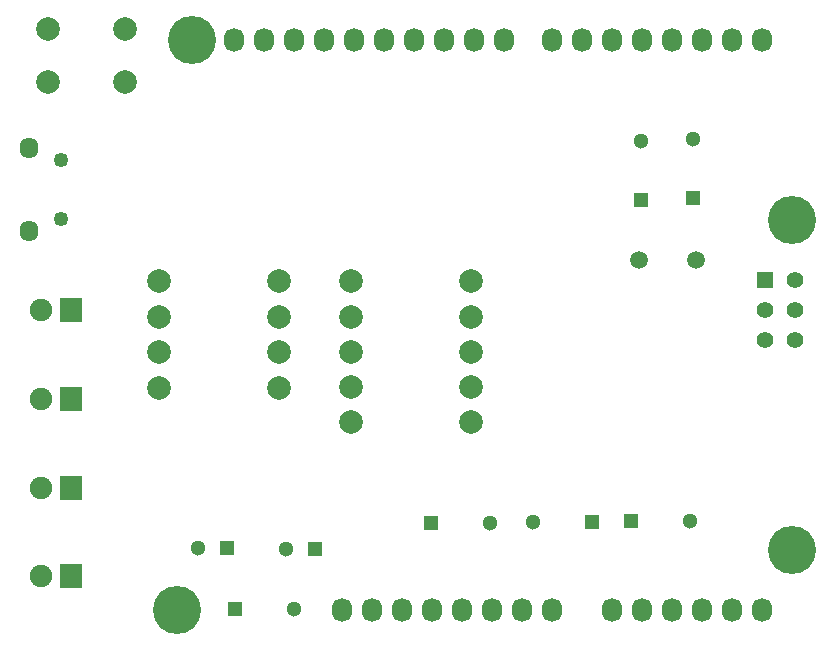
<source format=gbr>
G04 #@! TF.FileFunction,Soldermask,Bot*
%FSLAX46Y46*%
G04 Gerber Fmt 4.6, Leading zero omitted, Abs format (unit mm)*
G04 Created by KiCad (PCBNEW 4.0.5+dfsg1-4) date Mon Jun 12 20:52:58 2017*
%MOMM*%
%LPD*%
G01*
G04 APERTURE LIST*
%ADD10C,0.100000*%
%ADD11C,1.501140*%
%ADD12O,1.727200X2.032000*%
%ADD13C,4.064000*%
%ADD14R,1.300000X1.300000*%
%ADD15C,1.300000*%
%ADD16O,1.250000X1.250000*%
%ADD17O,1.550000X1.800000*%
%ADD18R,1.397000X1.397000*%
%ADD19C,1.397000*%
%ADD20R,1.900000X2.000000*%
%ADD21C,1.900000*%
%ADD22C,2.000000*%
%ADD23C,1.998980*%
G04 APERTURE END LIST*
D10*
D11*
X164082060Y-94265000D03*
X168963940Y-94265000D03*
D12*
X138938000Y-123825000D03*
X141478000Y-123825000D03*
X144018000Y-123825000D03*
X146558000Y-123825000D03*
X149098000Y-123825000D03*
X151638000Y-123825000D03*
X154178000Y-123825000D03*
X156718000Y-123825000D03*
X161798000Y-123825000D03*
X164338000Y-123825000D03*
X166878000Y-123825000D03*
X169418000Y-123825000D03*
X171958000Y-123825000D03*
X174498000Y-123825000D03*
X129794000Y-75565000D03*
X132334000Y-75565000D03*
X134874000Y-75565000D03*
X137414000Y-75565000D03*
X139954000Y-75565000D03*
X142494000Y-75565000D03*
X145034000Y-75565000D03*
X147574000Y-75565000D03*
X150114000Y-75565000D03*
X152654000Y-75565000D03*
X156718000Y-75565000D03*
X159258000Y-75565000D03*
X161798000Y-75565000D03*
X164338000Y-75565000D03*
X166878000Y-75565000D03*
X169418000Y-75565000D03*
X171958000Y-75565000D03*
X174498000Y-75565000D03*
D13*
X124968000Y-123825000D03*
X177038000Y-118745000D03*
X126238000Y-75565000D03*
X177038000Y-90805000D03*
D14*
X164298000Y-89140000D03*
D15*
X164298000Y-84140000D03*
D14*
X168698000Y-89015000D03*
D15*
X168698000Y-84015000D03*
D14*
X136698000Y-118690000D03*
D15*
X134198000Y-118690000D03*
D14*
X160098000Y-116390000D03*
D15*
X155098000Y-116390000D03*
D14*
X129873000Y-123790000D03*
D15*
X134873000Y-123790000D03*
D14*
X163448000Y-116290000D03*
D15*
X168448000Y-116290000D03*
D16*
X115160540Y-85764100D03*
X115160540Y-90764100D03*
D17*
X112460540Y-84764100D03*
X112460540Y-91764100D03*
D18*
X174728000Y-95925000D03*
D19*
X177268000Y-95925000D03*
X174728000Y-98465000D03*
X177268000Y-98465000D03*
X174728000Y-101005000D03*
X177268000Y-101005000D03*
D20*
X116000000Y-98500000D03*
D21*
X113460000Y-98500000D03*
D20*
X116000000Y-106000000D03*
D21*
X113460000Y-106000000D03*
D20*
X116000000Y-113500000D03*
D21*
X113460000Y-113500000D03*
D20*
X116000000Y-121000000D03*
D21*
X113460000Y-121000000D03*
D22*
X114098000Y-79165000D03*
X114098000Y-74665000D03*
X120598000Y-79165000D03*
X120598000Y-74665000D03*
D23*
X123423000Y-95990000D03*
X133583000Y-95990000D03*
X133598000Y-99015000D03*
X123438000Y-99015000D03*
X133598000Y-102015000D03*
X123438000Y-102015000D03*
X123423000Y-105040000D03*
X133583000Y-105040000D03*
X139748000Y-107965000D03*
X149908000Y-107965000D03*
X139748000Y-104965000D03*
X149908000Y-104965000D03*
X139748000Y-101990000D03*
X149908000Y-101990000D03*
X139748000Y-99015000D03*
X149908000Y-99015000D03*
X139748000Y-95990000D03*
X149908000Y-95990000D03*
D14*
X129223000Y-118640000D03*
D15*
X126723000Y-118640000D03*
D14*
X146523000Y-116465000D03*
D15*
X151523000Y-116465000D03*
M02*

</source>
